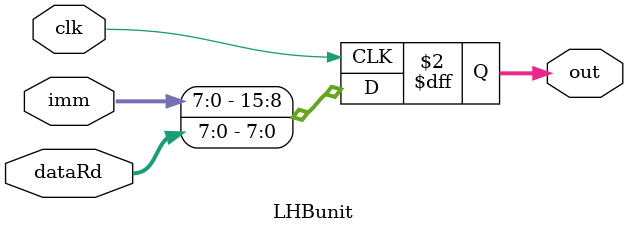
<source format=v>
`include "define.v"

module LHBunit (input [15:0] dataRd, input [7:0] imm, input clk,
  output reg [15:0] out);
  
always @(posedge clk)
  out <= {imm, dataRd[7:0]};

endmodule
</source>
